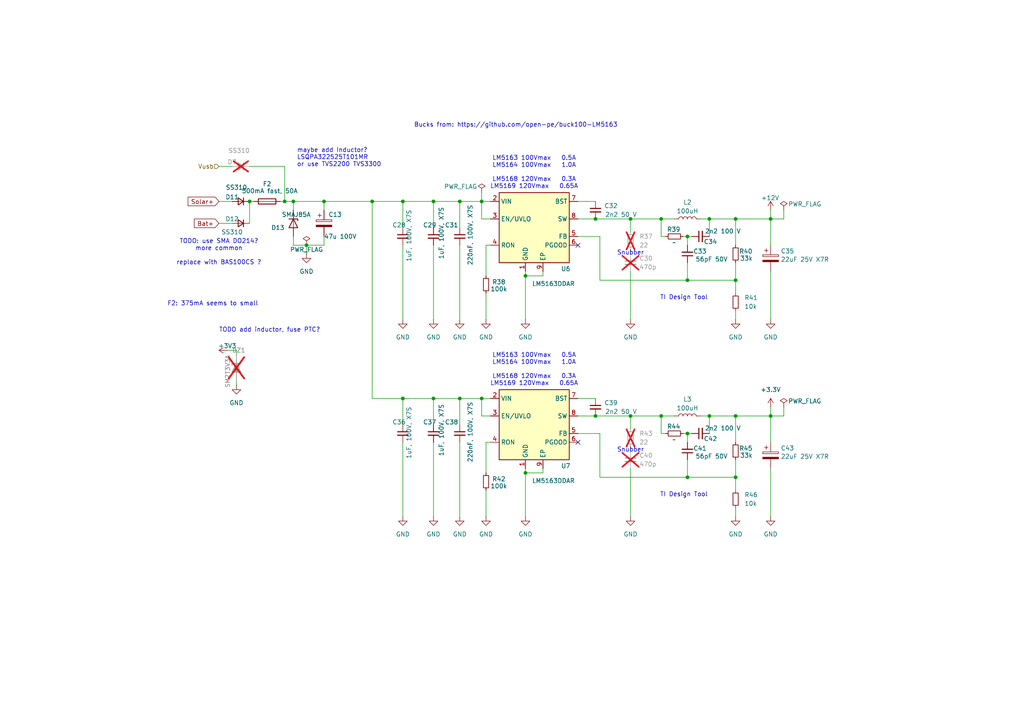
<source format=kicad_sch>
(kicad_sch (version 20250114) (generator "eeschema") (generator_version "9.0")
  (paper "A4")
  (lib_symbols
    (symbol "D_Small_3" (pin_numbers (hide yes)) (pin_names (offset 0.254) (hide yes))
      (property "Reference" "D" (at -1.27 2.032 0))
      (property "Value" "D_Small" (at -3.81 -2.032 0))
      (symbol "D_Small_3_0_1"
        (polyline (pts (xy -0.762 0) (xy 0.762 0)))
        (polyline (pts (xy -0.762 -1.016) (xy -0.762 1.016)) (stroke (width 0.254)))
        (polyline (pts (xy 0.762 -1.016) (xy -0.762 0) (xy 0.762 1.016) (xy 0.762 -1.016)) (stroke (width 0.254)))
      )
      (symbol "D_Small_3_1_1"
        (pin passive line (at -2.54 0 0) (length 1.778) (name "K") (number "1"))
        (pin passive line (at 2.54 0 180) (length 1.778) (name "A") (number "2"))
      )
    )
    (symbol "D_Small_4" (pin_numbers (hide yes)) (pin_names (offset 0.254) (hide yes))
      (property "Reference" "D" (at -1.27 2.032 0))
      (property "Value" "D_Small" (at -3.81 -2.032 0))
      (symbol "D_Small_4_0_1"
        (polyline (pts (xy -0.762 0) (xy 0.762 0)))
        (polyline (pts (xy -0.762 -1.016) (xy -0.762 1.016)) (stroke (width 0.254)))
        (polyline (pts (xy 0.762 -1.016) (xy -0.762 0) (xy 0.762 1.016) (xy 0.762 -1.016)) (stroke (width 0.254)))
      )
      (symbol "D_Small_4_1_1"
        (pin passive line (at -2.54 0 0) (length 1.778) (name "K") (number "1"))
        (pin passive line (at 2.54 0 180) (length 1.778) (name "A") (number "2"))
      )
    )
    (symbol "Device:C_Polarized" (pin_numbers (hide yes)) (pin_names (offset 0.254))
      (property "Reference" "C" (at 0.635 2.54 0))
      (property "Value" "C_Polarized" (at 0.635 -2.54 0))
      (symbol "C_Polarized_0_1"
        (rectangle (start -2.286 0.508) (end 2.286 1.016))
        (polyline (pts (xy -1.778 2.286) (xy -0.762 2.286)))
        (polyline (pts (xy -1.27 2.794) (xy -1.27 1.778)))
        (rectangle (start 2.286 -0.508) (end -2.286 -1.016) (fill (type outline)))
      )
      (symbol "C_Polarized_1_1"
        (pin passive line (at 0 3.81 270) (length 2.794) (name "~") (number "1"))
        (pin passive line (at 0 -3.81 90) (length 2.794) (name "~") (number "2"))
      )
    )
    (symbol "Device:C_Small" (pin_numbers (hide yes)) (pin_names (offset 0.254) (hide yes))
      (property "Reference" "C" (at 0.254 1.778 0))
      (property "Value" "C_Small" (at 0.254 -2.032 0))
      (symbol "C_Small_0_1"
        (polyline (pts (xy -1.524 0.508) (xy 1.524 0.508)) (stroke (width 0.3048)))
        (polyline (pts (xy -1.524 -0.508) (xy 1.524 -0.508)) (stroke (width 0.3302)))
      )
      (symbol "C_Small_1_1"
        (pin passive line (at 0 2.54 270) (length 2.032) (name "~") (number "1"))
        (pin passive line (at 0 -2.54 90) (length 2.032) (name "~") (number "2"))
      )
    )
    (symbol "Device:D_Zener" (pin_numbers (hide yes)) (pin_names (offset 1.016) (hide yes))
      (property "Reference" "D" (at 0 2.54 0))
      (property "Value" "D_Zener" (at 0 -2.54 0))
      (symbol "D_Zener_0_1"
        (polyline (pts (xy -1.27 -1.27) (xy -1.27 1.27) (xy -0.762 1.27)) (stroke (width 0.254)))
        (polyline (pts (xy 1.27 0) (xy -1.27 0)))
        (polyline (pts (xy 1.27 -1.27) (xy 1.27 1.27) (xy -1.27 0) (xy 1.27 -1.27)) (stroke (width 0.254)))
      )
      (symbol "D_Zener_1_1"
        (pin passive line (at -3.81 0 0) (length 2.54) (name "K") (number "1"))
        (pin passive line (at 3.81 0 180) (length 2.54) (name "A") (number "2"))
      )
    )
    (symbol "Device:Fuse" (pin_numbers (hide yes)) (pin_names (offset 0))
      (property "Reference" "F" (at 2.032 0 90))
      (property "Value" "Fuse" (at -1.905 0 90))
      (symbol "Fuse_0_1"
        (rectangle (start -0.762 -2.54) (end 0.762 2.54) (stroke (width 0.254)))
        (polyline (pts (xy 0 2.54) (xy 0 -2.54)))
      )
      (symbol "Fuse_1_1"
        (pin passive line (at 0 3.81 270) (length 1.27) (name "~") (number "1"))
        (pin passive line (at 0 -3.81 90) (length 1.27) (name "~") (number "2"))
      )
    )
    (symbol "Device:L" (pin_numbers (hide yes)) (pin_names (offset 1.016) (hide yes))
      (property "Reference" "L" (at -1.27 0 90))
      (property "Value" "L" (at 1.905 0 90))
      (symbol "L_0_1"
        (arc (start 0 2.54) (mid 0.6323 1.905) (end 0 1.27))
        (arc (start 0 1.27) (mid 0.6323 0.635) (end 0 0))
        (arc (start 0 0) (mid 0.6323 -0.635) (end 0 -1.27))
        (arc (start 0 -1.27) (mid 0.6323 -1.905) (end 0 -2.54))
      )
      (symbol "L_1_1"
        (pin passive line (at 0 3.81 270) (length 1.27) (name "1") (number "1"))
        (pin passive line (at 0 -3.81 90) (length 1.27) (name "2") (number "2"))
      )
    )
    (symbol "Device:R_Small" (pin_numbers (hide yes)) (pin_names (offset 0.254) (hide yes))
      (property "Reference" "R" (at 0.762 0.508 0))
      (property "Value" "R_Small" (at 0.762 -1.016 0))
      (symbol "R_Small_0_1"
        (rectangle (start -0.762 1.778) (end 0.762 -1.778) (stroke (width 0.2032)))
      )
      (symbol "R_Small_1_1"
        (pin passive line (at 0 2.54 270) (length 0.762) (name "~") (number "1"))
        (pin passive line (at 0 -2.54 90) (length 0.762) (name "~") (number "2"))
      )
    )
    (symbol "PCM_Diode_TVS_AKL:SM2T3V3A" (pin_numbers (hide yes)) (pin_names (offset 1.016) (hide yes))
      (property "Reference" "D" (at 0 5.08 0))
      (property "Value" "SM2T3V3A" (at 0 2.54 0))
      (symbol "SM2T3V3A_0_1"
        (polyline (pts (xy -1.27 1.27) (xy -1.27 -1.27) (xy 1.27 0) (xy -1.27 1.27)) (stroke (width 0.254)) (fill (type outline)))
        (polyline (pts (xy -1.27 0) (xy 1.27 0)))
        (polyline (pts (xy 1.27 1.27) (xy 0.762 1.27)) (stroke (width 0.254)))
        (polyline (pts (xy 1.27 -1.27) (xy 1.27 1.27)) (stroke (width 0.254)))
      )
      (symbol "SM2T3V3A_0_2"
        (polyline (pts (xy -2.54 -2.54) (xy 2.54 2.54)))
        (polyline (pts (xy -0.889 -0.889) (xy -1.778 0) (xy 0.889 0.889) (xy 0 -1.778) (xy -0.889 -0.889)) (stroke (width 0.254)) (fill (type outline)))
        (polyline (pts (xy 0 1.778) (xy -0.381 1.397)) (stroke (width 0.254)))
        (polyline (pts (xy 0 1.778) (xy 1.778 0)) (stroke (width 0.254)))
      )
      (symbol "SM2T3V3A_1_1"
        (pin passive line (at -3.81 0 0) (length 2.54) (name "A") (number "2"))
        (pin passive line (at 3.81 0 180) (length 2.54) (name "K") (number "1"))
      )
      (symbol "SM2T3V3A_1_2"
        (pin passive line (at -2.54 -2.54 0) (length 0) (name "A") (number "2"))
        (pin passive line (at 2.54 2.54 180) (length 0) (name "K") (number "1"))
      )
    )
    (symbol "Regulator_Switching:LM5164DDA"
      (property "Reference" "U" (at -8.89 11.43 0))
      (property "Value" "LM5164DDA" (at 5.08 11.43 0))
      (symbol "LM5164DDA_1_1"
        (rectangle (start -10.16 10.16) (end 10.16 -10.16) (stroke (width 0.254)) (fill (type background)))
        (pin power_in line (at -12.7 7.62 0) (length 2.54) (name "VIN") (number "2"))
        (pin input line (at -12.7 2.54 0) (length 2.54) (name "EN/UVLO") (number "3"))
        (pin passive line (at -12.7 -5.08 0) (length 2.54) (name "RON") (number "4"))
        (pin power_in line (at -2.54 -12.7 90) (length 2.54) (name "GND") (number "1"))
        (pin passive line (at 2.54 -12.7 90) (length 2.54) (name "EP") (number "9"))
        (pin passive line (at 12.7 7.62 180) (length 2.54) (name "BST") (number "7"))
        (pin power_out line (at 12.7 2.54 180) (length 2.54) (name "SW") (number "8"))
        (pin input line (at 12.7 -2.54 180) (length 2.54) (name "FB") (number "5"))
        (pin open_collector line (at 12.7 -5.08 180) (length 2.54) (name "PGOOD") (number "6"))
      )
    )
    (symbol "power:+12V" (power) (pin_names (offset 0))
      (property "Value" "+12V" (at 0 3.556 0))
      (symbol "+12V_0_1"
        (polyline (pts (xy -0.762 1.27) (xy 0 2.54)))
        (polyline (pts (xy 0 2.54) (xy 0.762 1.27)))
        (polyline (pts (xy 0 0) (xy 0 2.54)))
      )
      (symbol "+12V_1_1"
        (pin power_in line (at 0 0 90) (length 0) (hide yes) (name "+12V") (number "1"))
      )
    )
    (symbol "power:+3.3V" (power) (pin_names (offset 0))
      (property "Value" "+3.3V" (at 0 3.556 0))
      (symbol "+3.3V_0_1"
        (polyline (pts (xy -0.762 1.27) (xy 0 2.54)))
        (polyline (pts (xy 0 2.54) (xy 0.762 1.27)))
        (polyline (pts (xy 0 0) (xy 0 2.54)))
      )
      (symbol "+3.3V_1_1"
        (pin power_in line (at 0 0 90) (length 0) (hide yes) (name "+3.3V") (number "1"))
      )
    )
    (symbol "power:GND" (power) (pin_numbers (hide yes)) (pin_names (offset 0) (hide yes))
      (property "Value" "GND" (at 0 -3.81 0))
      (symbol "GND_0_1"
        (polyline (pts (xy 0 0) (xy 0 -1.27) (xy 1.27 -1.27) (xy 0 -2.54) (xy -1.27 -1.27) (xy 0 -1.27)))
      )
      (symbol "GND_1_1"
        (pin power_in line (at 0 0 270) (length 0) (name "~") (number "1"))
      )
    )
    (symbol "power:PWR_FLAG" (power) (pin_numbers (hide yes)) (pin_names (offset 0) (hide yes))
      (property "Value" "PWR_FLAG" (at 0 3.81 0))
      (symbol "PWR_FLAG_0_0"
        (pin power_out line (at 0 0 90) (length 0) (name "pwr") (number "1"))
      )
      (symbol "PWR_FLAG_0_1"
        (polyline (pts (xy 0 0) (xy 0 1.27) (xy -1.016 1.905) (xy 0 2.54) (xy 1.016 1.905) (xy 0 1.27)))
      )
    )
  )
  (text "Snubber" (at 182.88 130.556 0) (effects (font (size 1.27 1.27))))
  (text "TI Design Tool" (at 198.374 86.36 0) (effects (font (size 1.27 1.27))))
  (text "maybe add Inductor?\nLSQPA322525T101MR\nor use TVS2200 TVS3300" (at 86.106 48.514 0) (effects (font (size 1.27 1.27)) (justify left bottom)))
  (text "TI Design Tool" (at 198.374 143.51 0) (effects (font (size 1.27 1.27))))
  (text "TODO add inductor, fuse PTC?\n" (at 63.5 96.52 0) (effects (font (size 1.27 1.27)) (justify left bottom)))
  (text "F2: 375mA seems to small" (at 61.722 88.138 0) (effects (font (size 1.27 1.27))))
  (text "LM5163 100Vmax 	0.5A\nLM5164 100Vmax	1.0A\n\nLM5168 120Vmax	0.3A\nLM5169 120Vmax	0.65A" (at 154.94 107.188 0) (effects (font (size 1.27 1.27))))
  (text "Bucks from: https://github.com/open-pe/buck100-LM5163" (at 149.606 36.322 0) (effects (font (size 1.27 1.27))))
  (text "TODO: use SMA DO214?\nmore common\n\nreplace with BAS100CS ?" (at 63.5 73.152 0) (effects (font (size 1.27 1.27))))
  (text "Snubber" (at 182.88 73.406 0) (effects (font (size 1.27 1.27))))
  (text "LM5163 100Vmax 	0.5A\nLM5164 100Vmax	1.0A\n\nLM5168 120Vmax	0.3A\nLM5169 120Vmax	0.65A" (at 154.94 50.038 0) (effects (font (size 1.27 1.27))))
  (junction (at 191.77 120.65))
  (junction (at 213.36 138.43))
  (junction (at 125.73 115.57))
  (junction (at 133.35 115.57))
  (junction (at 223.52 63.5))
  (junction (at 223.52 120.65))
  (junction (at 88.9 71.12))
  (junction (at 152.4 137.16))
  (junction (at 139.7 58.42))
  (junction (at 85.09 58.42))
  (junction (at 199.39 68.58))
  (junction (at 172.72 120.65))
  (junction (at 199.39 125.73))
  (junction (at 107.95 58.42))
  (junction (at 152.4 80.01))
  (junction (at 93.98 58.42))
  (junction (at 213.36 63.5))
  (junction (at 182.88 120.65))
  (junction (at 116.84 58.42))
  (junction (at 205.74 120.65))
  (junction (at 172.72 63.5))
  (junction (at 213.36 120.65))
  (junction (at 213.36 81.28))
  (junction (at 125.73 58.42))
  (junction (at 72.39 58.42))
  (junction (at 82.55 58.42))
  (junction (at 199.39 138.43))
  (junction (at 133.35 58.42))
  (junction (at 191.77 63.5))
  (junction (at 182.88 63.5))
  (junction (at 139.7 115.57))
  (junction (at 199.39 81.28))
  (junction (at 205.74 63.5))
  (junction (at 116.84 115.57))
  (no_connect (at 167.64 128.27))
  (no_connect (at 167.64 71.12))
  (wire (pts (xy 213.36 81.28) (xy 213.36 85.09)))
  (wire (pts (xy 182.88 129.54) (xy 182.88 130.81)))
  (wire (pts (xy 133.35 115.57) (xy 133.35 123.19)))
  (wire (pts (xy 213.36 76.2) (xy 213.36 81.28)))
  (wire (pts (xy 203.2 63.5) (xy 205.74 63.5)))
  (wire (pts (xy 213.36 138.43) (xy 213.36 142.24)))
  (wire (pts (xy 142.24 128.27) (xy 140.97 128.27)))
  (wire (pts (xy 227.33 118.11) (xy 227.33 120.65)))
  (wire (pts (xy 116.84 128.27) (xy 116.84 149.86)))
  (wire (pts (xy 125.73 115.57) (xy 133.35 115.57)))
  (wire (pts (xy 199.39 68.58) (xy 200.66 68.58)))
  (wire (pts (xy 182.88 120.65) (xy 182.88 124.46)))
  (wire (pts (xy 182.88 63.5) (xy 191.77 63.5)))
  (wire (pts (xy 173.99 138.43) (xy 199.39 138.43)))
  (wire (pts (xy 157.48 80.01) (xy 152.4 80.01)))
  (wire (pts (xy 223.52 149.86) (xy 223.52 135.89)))
  (wire (pts (xy 140.97 142.24) (xy 140.97 149.86)))
  (wire (pts (xy 213.36 133.35) (xy 213.36 138.43)))
  (wire (pts (xy 173.99 68.58) (xy 173.99 81.28)))
  (wire (pts (xy 213.36 63.5) (xy 223.52 63.5)))
  (wire (pts (xy 199.39 125.73) (xy 200.66 125.73)))
  (wire (pts (xy 82.55 48.26) (xy 82.55 58.42)))
  (wire (pts (xy 93.98 68.58) (xy 93.98 71.12)))
  (wire (pts (xy 182.88 63.5) (xy 182.88 67.31)))
  (wire (pts (xy 198.12 125.73) (xy 199.39 125.73)))
  (wire (pts (xy 199.39 81.28) (xy 213.36 81.28)))
  (wire (pts (xy 167.64 63.5) (xy 172.72 63.5)))
  (wire (pts (xy 223.52 118.11) (xy 223.52 120.65)))
  (wire (pts (xy 93.98 58.42) (xy 107.95 58.42)))
  (wire (pts (xy 68.58 101.6) (xy 68.58 102.87)))
  (wire (pts (xy 227.33 63.5) (xy 223.52 63.5)))
  (wire (pts (xy 116.84 115.57) (xy 125.73 115.57)))
  (wire (pts (xy 199.39 138.43) (xy 213.36 138.43)))
  (wire (pts (xy 167.64 68.58) (xy 173.99 68.58)))
  (wire (pts (xy 139.7 115.57) (xy 142.24 115.57)))
  (wire (pts (xy 191.77 125.73) (xy 193.04 125.73)))
  (wire (pts (xy 182.88 72.39) (xy 182.88 73.66)))
  (wire (pts (xy 223.52 60.96) (xy 223.52 63.5)))
  (wire (pts (xy 133.35 128.27) (xy 133.35 149.86)))
  (wire (pts (xy 213.36 147.32) (xy 213.36 149.86)))
  (wire (pts (xy 203.2 120.65) (xy 205.74 120.65)))
  (wire (pts (xy 139.7 120.65) (xy 139.7 115.57)))
  (wire (pts (xy 205.74 120.65) (xy 205.74 125.73)))
  (wire (pts (xy 157.48 135.89) (xy 157.48 137.16)))
  (wire (pts (xy 72.39 58.42) (xy 73.66 58.42)))
  (wire (pts (xy 140.97 85.09) (xy 140.97 92.71)))
  (wire (pts (xy 199.39 76.2) (xy 199.39 81.28)))
  (wire (pts (xy 167.64 115.57) (xy 172.72 115.57)))
  (wire (pts (xy 139.7 63.5) (xy 139.7 58.42)))
  (wire (pts (xy 198.12 68.58) (xy 199.39 68.58)))
  (wire (pts (xy 223.52 120.65) (xy 223.52 128.27)))
  (wire (pts (xy 133.35 58.42) (xy 139.7 58.42)))
  (wire (pts (xy 213.36 120.65) (xy 223.52 120.65)))
  (wire (pts (xy 152.4 78.74) (xy 152.4 80.01)))
  (wire (pts (xy 223.52 92.71) (xy 223.52 78.74)))
  (wire (pts (xy 173.99 125.73) (xy 173.99 138.43)))
  (wire (pts (xy 116.84 71.12) (xy 116.84 92.71)))
  (wire (pts (xy 199.39 133.35) (xy 199.39 138.43)))
  (wire (pts (xy 191.77 63.5) (xy 195.58 63.5)))
  (wire (pts (xy 72.39 58.42) (xy 72.39 64.77)))
  (wire (pts (xy 63.5 64.77) (xy 67.31 64.77)))
  (wire (pts (xy 213.36 90.17) (xy 213.36 92.71)))
  (wire (pts (xy 167.64 125.73) (xy 173.99 125.73)))
  (wire (pts (xy 68.58 110.49) (xy 68.58 111.76)))
  (wire (pts (xy 125.73 128.27) (xy 125.73 149.86)))
  (wire (pts (xy 81.28 58.42) (xy 82.55 58.42)))
  (wire (pts (xy 142.24 71.12) (xy 140.97 71.12)))
  (wire (pts (xy 85.09 58.42) (xy 93.98 58.42)))
  (wire (pts (xy 223.52 63.5) (xy 223.52 71.12)))
  (wire (pts (xy 125.73 71.12) (xy 125.73 92.71)))
  (wire (pts (xy 107.95 115.57) (xy 116.84 115.57)))
  (wire (pts (xy 85.09 60.96) (xy 85.09 58.42)))
  (wire (pts (xy 93.98 60.96) (xy 93.98 58.42)))
  (wire (pts (xy 116.84 58.42) (xy 116.84 66.04)))
  (wire (pts (xy 107.95 58.42) (xy 116.84 58.42)))
  (wire (pts (xy 133.35 58.42) (xy 133.35 66.04)))
  (wire (pts (xy 107.95 58.42) (xy 107.95 115.57)))
  (wire (pts (xy 116.84 115.57) (xy 116.84 123.19)))
  (wire (pts (xy 133.35 115.57) (xy 139.7 115.57)))
  (wire (pts (xy 116.84 58.42) (xy 125.73 58.42)))
  (wire (pts (xy 205.74 63.5) (xy 213.36 63.5)))
  (wire (pts (xy 152.4 137.16) (xy 152.4 149.86)))
  (wire (pts (xy 182.88 135.89) (xy 182.88 149.86)))
  (wire (pts (xy 172.72 63.5) (xy 182.88 63.5)))
  (wire (pts (xy 205.74 63.5) (xy 205.74 68.58)))
  (wire (pts (xy 139.7 58.42) (xy 142.24 58.42)))
  (wire (pts (xy 66.04 101.6) (xy 68.58 101.6)))
  (wire (pts (xy 173.99 81.28) (xy 199.39 81.28)))
  (wire (pts (xy 82.55 58.42) (xy 85.09 58.42)))
  (wire (pts (xy 157.48 137.16) (xy 152.4 137.16)))
  (wire (pts (xy 139.7 55.88) (xy 139.7 58.42)))
  (wire (pts (xy 125.73 58.42) (xy 125.73 66.04)))
  (wire (pts (xy 199.39 125.73) (xy 199.39 128.27)))
  (wire (pts (xy 227.33 60.96) (xy 227.33 63.5)))
  (wire (pts (xy 191.77 68.58) (xy 193.04 68.58)))
  (wire (pts (xy 157.48 78.74) (xy 157.48 80.01)))
  (wire (pts (xy 191.77 120.65) (xy 191.77 125.73)))
  (wire (pts (xy 172.72 120.65) (xy 182.88 120.65)))
  (wire (pts (xy 152.4 135.89) (xy 152.4 137.16)))
  (wire (pts (xy 213.36 63.5) (xy 213.36 71.12)))
  (wire (pts (xy 152.4 80.01) (xy 152.4 92.71)))
  (wire (pts (xy 191.77 120.65) (xy 195.58 120.65)))
  (wire (pts (xy 142.24 120.65) (xy 139.7 120.65)))
  (wire (pts (xy 63.5 58.42) (xy 67.31 58.42)))
  (wire (pts (xy 72.39 48.26) (xy 82.55 48.26)))
  (wire (pts (xy 213.36 120.65) (xy 213.36 128.27)))
  (wire (pts (xy 142.24 63.5) (xy 139.7 63.5)))
  (wire (pts (xy 167.64 58.42) (xy 172.72 58.42)))
  (wire (pts (xy 182.88 78.74) (xy 182.88 92.71)))
  (wire (pts (xy 88.9 71.12) (xy 88.9 73.66)))
  (wire (pts (xy 140.97 71.12) (xy 140.97 80.01)))
  (wire (pts (xy 140.97 128.27) (xy 140.97 137.16)))
  (wire (pts (xy 133.35 71.12) (xy 133.35 92.71)))
  (wire (pts (xy 93.98 71.12) (xy 88.9 71.12)))
  (wire (pts (xy 63.5 48.26) (xy 67.31 48.26)))
  (wire (pts (xy 125.73 115.57) (xy 125.73 123.19)))
  (wire (pts (xy 85.09 71.12) (xy 88.9 71.12)))
  (wire (pts (xy 199.39 68.58) (xy 199.39 71.12)))
  (wire (pts (xy 125.73 58.42) (xy 133.35 58.42)))
  (wire (pts (xy 85.09 71.12) (xy 85.09 68.58)))
  (wire (pts (xy 205.74 120.65) (xy 213.36 120.65)))
  (wire (pts (xy 227.33 120.65) (xy 223.52 120.65)))
  (wire (pts (xy 182.88 120.65) (xy 191.77 120.65)))
  (wire (pts (xy 167.64 120.65) (xy 172.72 120.65)))
  (wire (pts (xy 191.77 63.5) (xy 191.77 68.58)))
  (global_label "Solar+" (shape input) (at 63.5 58.42 180) (property "Intersheetrefs" "${INTERSHEET_REFS}" (effects (hide yes))))
  (global_label "Bat+" (shape input) (at 63.5 64.77 180) (property "Intersheetrefs" "${INTERSHEET_REFS}" (effects (hide yes))))
  (hierarchical_label "Vusb" (shape input) (at 63.5 48.26 180))
  (symbol (lib_id "power:GND") (at 133.35 149.86 0) (unit 1)
    (property "Reference" "#PWR064" (effects (hide yes)))
    (property "Value" "GND" (at 133.35 154.94 0))
    (property "Description" "Power symbol creates a global label with name \"GND\" , ground" (effects (hide yes)))
  )
  (symbol (lib_id "power:GND") (at 140.97 92.71 0) (unit 1)
    (property "Reference" "#PWR060" (effects (hide yes)))
    (property "Value" "GND" (at 140.97 97.79 0))
    (property "Description" "Power symbol creates a global label with name \"GND\" , ground" (effects (hide yes)))
  )
  (symbol (lib_id "power:GND") (at 223.52 92.71 0) (unit 1)
    (property "Reference" "#PWR059" (effects (hide yes)))
    (property "Value" "GND" (at 223.52 97.79 0))
    (property "Description" "Power symbol creates a global label with name \"GND\" , ground" (effects (hide yes)))
  )
  (symbol (lib_id "power:+3.3V") (at 223.52 118.11 0) (unit 1)
    (property "Reference" "#PWR069" (effects (hide yes)))
    (property "Value" "+3.3V" (at 223.52 113.03 0))
  )
  (symbol (lib_id "Device:Fuse") (at 77.47 58.42 90) (unit 1)
    (property "Reference" "F2" (at 77.47 53.34 90))
    (property "Value" "500mA fast, 50A" (at 78.232 55.372 90))
    (property "Footprint" "Fuse:Fuse_0603_1608Metric" (effects (hide yes)))
    (property "MPN" "0467.500NRHF" (effects (hide yes)))
    (property "Manufacturer" "  Littelfuse" (effects (hide yes)))
  )
  (symbol (lib_id "power:GND") (at 182.88 149.86 0) (unit 1)
    (property "Reference" "#PWR067" (effects (hide yes)))
    (property "Value" "GND" (at 182.88 154.94 0))
    (property "Description" "Power symbol creates a global label with name \"GND\" , ground" (effects (hide yes)))
  )
  (symbol (lib_id "Device:C_Small") (at 199.39 73.66 180) (unit 1)
    (property "Reference" "C33" (at 204.978 72.898 0) (effects (justify left)))
    (property "Value" "56pF 50V" (at 211.074 75.184 0) (effects (justify left)))
    (property "Footprint" "Capacitor_SMD:C_0603_1608Metric_Pad1.08x0.95mm_HandSolder" (effects (hide yes)))
    (property "Digikey" "0603N560J500CT" (effects (hide yes)))
  )
  (symbol (lib_id "Device:R_Small") (at 195.58 125.73 90) (unit 1)
    (property "Reference" "R44" (at 197.358 123.698 90) (effects (justify left)))
    (property "Value" "~" (at 196.088 127.508 90) (effects (justify left)))
    (property "Footprint" "Resistor_SMD:R_0805_2012Metric" (effects (hide yes)))
  )
  (symbol (lib_id "power:GND") (at 116.84 92.71 0) (unit 1)
    (property "Reference" "#PWR032" (effects (hide yes)))
    (property "Value" "GND" (at 116.84 97.79 0))
    (property "Description" "Power symbol creates a global label with name \"GND\" , ground" (effects (hide yes)))
  )
  (symbol (lib_id "Device:R_Small") (at 213.36 73.66 0) (unit 1)
    (property "Reference" "R40" (at 214.376 72.898 0) (effects (justify left)))
    (property "Value" "33k" (at 214.63 74.93 0) (effects (justify left)))
    (property "Footprint" "Resistor_SMD:R_0805_2012Metric" (effects (hide yes)))
  )
  (symbol (lib_id "power:GND") (at 125.73 92.71 0) (unit 1)
    (property "Reference" "#PWR061" (effects (hide yes)))
    (property "Value" "GND" (at 125.73 97.79 0))
    (property "Description" "Power symbol creates a global label with name \"GND\" , ground" (effects (hide yes)))
  )
  (symbol (lib_name "D_Small_3") (lib_id "Device:D_Small") (at 69.85 58.42 180) (unit 1)
    (property "Reference" "D11" (at 67.31 57.15 0))
    (property "Value" "SS310" (at 68.58 54.356 0))
    (property "Footprint" "Diode_SMD:D_SOD-123" (effects (hide yes)))
    (property "MPN" "DSS310" (effects (hide yes)))
    (property "Desc" "PwrSupplyPV" (effects (hide yes)))
    (property "Sim.Device" "D" (effects (hide yes)))
    (property "Sim.Pins" "1=K 2=A" (effects (hide yes)))
    (property "Manufacturer" " Slkor" (effects (hide yes)))
    (property "Digikey" "C41369492" (effects (hide yes)))
  )
  (symbol (lib_id "power:PWR_FLAG") (at 88.9 71.12 0) (unit 1)
    (property "Reference" "#FLG01" (effects (hide yes)))
    (property "Value" "PWR_FLAG" (at 88.9 72.39 0))
  )
  (symbol (lib_id "Device:D_Zener") (at 85.09 64.77 270) (unit 1)
    (property "Reference" "D13" (at 82.55 66.04 90) (effects (justify right)))
    (property "Value" "SMAJ85A" (at 90.17 62.23 90) (effects (justify right)))
    (property "Footprint" "Diode_SMD:D_SMA" (effects (hide yes)))
    (property "Datasheet" "https://www.littelfuse.com/media?resourcetype=datasheets&itemid=13c2a823-03b8-4d1f-9ddc-9b44670aed9d&filename=littelfuse-tvs-diode-smaj-datasheet" (effects (hide yes)))
    (property "MPN" "SMAJ85A" (effects (hide yes)))
    (property "Desc" "PwrSupply" (effects (hide yes)))
  )
  (symbol (lib_id "Device:R_Small") (at 213.36 144.78 0) (unit 1)
    (property "Reference" "R46" (at 215.9 143.5099 0) (effects (justify left)))
    (property "Value" "10k" (at 215.9 146.0499 0) (effects (justify left)))
    (property "Footprint" "Resistor_SMD:R_0805_2012Metric" (effects (hide yes)))
  )
  (symbol (lib_id "Device:C_Small") (at 182.88 76.2 0) (unit 1) (dnp yes)
    (property "Reference" "C30" (at 185.42 74.9363 0) (effects (justify left)))
    (property "Value" "470p" (at 185.42 77.4763 0) (effects (justify left)))
    (property "Footprint" "Capacitor_SMD:C_0603_1608Metric" (effects (hide yes)))
  )
  (symbol (lib_id "power:GND") (at 213.36 92.71 0) (unit 1)
    (property "Reference" "#PWR058" (effects (hide yes)))
    (property "Value" "GND" (at 213.36 97.79 0))
    (property "Description" "Power symbol creates a global label with name \"GND\" , ground" (effects (hide yes)))
  )
  (symbol (lib_id "power:GND") (at 68.58 111.76 0) (unit 1)
    (property "Reference" "#PWR034" (effects (hide yes)))
    (property "Value" "GND" (at 68.58 116.84 0))
    (property "Description" "Power symbol creates a global label with name \"GND\" , ground" (effects (hide yes)))
  )
  (symbol (lib_id "Device:C_Small") (at 203.2 125.73 90) (unit 1)
    (property "Reference" "C42" (at 208.026 127.254 90) (effects (justify left)))
    (property "Value" "2n2 100 V" (at 214.884 124.206 90) (effects (justify left)))
    (property "Footprint" "Capacitor_SMD:C_0805_2012Metric_Pad1.18x1.45mm_HandSolder" (effects (hide yes)))
    (property "Description" "Unpolarized capacitor, small symbol" (effects (hide yes)))
    (property "MPN" "GCM155R71H222KA37D" (effects (hide yes)))
  )
  (symbol (lib_id "Device:C_Small") (at 203.2 68.58 90) (unit 1)
    (property "Reference" "C34" (at 208.026 70.104 90) (effects (justify left)))
    (property "Value" "2n2 100 V" (at 214.884 67.056 90) (effects (justify left)))
    (property "Footprint" "Capacitor_SMD:C_0805_2012Metric_Pad1.18x1.45mm_HandSolder" (effects (hide yes)))
    (property "Description" "Unpolarized capacitor, small symbol" (effects (hide yes)))
    (property "MPN" "GCM155R71H222KA37D" (effects (hide yes)))
  )
  (symbol (lib_id "Device:C_Small") (at 172.72 60.96 0) (unit 1)
    (property "Reference" "C32" (at 175.26 59.6962 0) (effects (justify left)))
    (property "Value" "2n2 50 V" (at 175.514 62.23 0) (effects (justify left)))
    (property "Footprint" "Capacitor_SMD:C_0805_2012Metric_Pad1.18x1.45mm_HandSolder" (effects (hide yes)))
    (property "Description" "Unpolarized capacitor, small symbol" (effects (hide yes)))
    (property "MPN" "GCM155R71H222KA37D" (effects (hide yes)))
  )
  (symbol (lib_id "power:GND") (at 88.9 73.66 0) (unit 1)
    (property "Reference" "#PWR09" (effects (hide yes)))
    (property "Value" "GND" (at 88.9 78.74 0))
    (property "Description" "Power symbol creates a global label with name \"GND\" , ground" (effects (hide yes)))
  )
  (symbol (lib_id "PCM_Diode_TVS_AKL:SM2T3V3A") (at 68.58 106.68 90) (unit 1) (in_bom no) (on_board no) (dnp yes)
    (property "Reference" "DZ1" (at 67.31 101.6 90) (effects (justify right)))
    (property "Value" "SM2T3V3A" (at 66.04 102.87 0) (effects (justify right)))
    (property "Footprint" "PCM_Diode_SMD_AKL:D_Powermite_KA" (effects (hide yes)))
    (property "Datasheet" "https://www.tme.eu/Document/8dc168049668f679ed6d22459806e88f/SM2T3V3A.pdf" (effects (hide yes)))
    (property "Description" "Powermite Unidirectional TVS diode, 3.3V, 200W, Alternate KiCAD Library" (effects (hide yes)))
    (property "MPN" "SM2T3V3A" (effects (hide yes)))
    (property "Desc" "PwrSupply" (effects (hide yes)))
    (property "Manufacturer" "ST" (effects (hide yes)))
  )
  (symbol (lib_id "Device:R_Small") (at 140.97 82.55 0) (unit 1)
    (property "Reference" "R38" (at 142.748 81.788 0) (effects (justify left)))
    (property "Value" "100k" (at 142.24 83.82 0) (effects (justify left)))
    (property "Footprint" "Resistor_SMD:R_0805_2012Metric" (effects (hide yes)))
  )
  (symbol (lib_id "Device:L") (at 199.39 63.5 90) (unit 1)
    (property "Reference" "L2" (at 199.39 58.674 90))
    (property "Value" "100uH" (at 199.39 61.214 90))
    (property "Footprint" "local:IND-SMD_L8.0-W8.0" (effects (hide yes)))
    (property "Datasheet" "https://www.lcsc.com/datasheet/C223045.pdf" (effects (hide yes)))
    (property "MPN" "NRS8040T101MJGK" (effects (hide yes)))
    (property "LCSC" "C223045" (effects (hide yes)))
    (property "Manufacturer" "Taiyo Yuden" (effects (hide yes)))
  )
  (symbol (lib_id "Device:C_Small") (at 116.84 68.58 0) (unit 1)
    (property "Reference" "C28" (at 113.792 65.278 0) (effects (justify left)))
    (property "Value" "1uF, 100V, X7S" (at 118.618 75.946 90) (effects (justify left)))
    (property "Footprint" "Capacitor_SMD:C_0805_2012Metric_Pad1.18x1.45mm_HandSolder" (effects (hide yes)))
    (property "MPN" "HMK212BC7105KGHTE" (effects (hide yes)))
  )
  (symbol (lib_id "Regulator_Switching:LM5164DDA") (at 154.94 123.19 0) (unit 1)
    (property "Reference" "U7" (at 164.084 135.128 0))
    (property "Value" "LM5163DDAR" (at 160.528 139.446 0))
    (property "Footprint" "Package_SO:HSOP-8-1EP_3.9x4.9mm_P1.27mm_EP2.41x3.1mm_ThermalVias" (effects (hide yes)))
    (property "Datasheet" "https://www.ti.com/lit/ds/symlink/lm5163.pdf" (effects (hide yes)))
    (property "Alternatives" "LM5164" (effects (hide yes)))
  )
  (symbol (lib_name "D_Small_4") (lib_id "Device:D_Small") (at 69.85 64.77 180) (unit 1)
    (property "Reference" "D12" (at 67.31 63.5 0))
    (property "Value" "SS310" (at 67.31 67.31 0))
    (property "Footprint" "Diode_SMD:D_SOD-123" (effects (hide yes)))
    (property "MPN" "DSS310" (effects (hide yes)))
    (property "Desc" "PwrSupplyBAT" (effects (hide yes)))
    (property "Sim.Device" "D" (effects (hide yes)))
    (property "Sim.Pins" "1=K 2=A" (effects (hide yes)))
    (property "Manufacturer" " Slkor" (effects (hide yes)))
    (property "Digikey" "C41369492" (effects (hide yes)))
  )
  (symbol (lib_id "Device:R_Small") (at 195.58 68.58 90) (unit 1)
    (property "Reference" "R39" (at 197.358 66.548 90) (effects (justify left)))
    (property "Value" "~" (at 196.088 70.358 90) (effects (justify left)))
    (property "Footprint" "Resistor_SMD:R_0805_2012Metric" (effects (hide yes)))
  )
  (symbol (lib_id "Device:R_Small") (at 140.97 139.7 0) (unit 1)
    (property "Reference" "R42" (at 142.748 138.938 0) (effects (justify left)))
    (property "Value" "100k" (at 142.24 140.97 0) (effects (justify left)))
    (property "Footprint" "Resistor_SMD:R_0805_2012Metric" (effects (hide yes)))
  )
  (symbol (lib_id "power:GND") (at 182.88 92.71 0) (unit 1)
    (property "Reference" "#PWR045" (effects (hide yes)))
    (property "Value" "GND" (at 182.88 97.79 0))
    (property "Description" "Power symbol creates a global label with name \"GND\" , ground" (effects (hide yes)))
  )
  (symbol (lib_id "power:+12V") (at 223.52 60.96 0) (unit 1)
    (property "Reference" "#PWR071" (effects (hide yes)))
    (property "Value" "+12V" (at 220.726 57.404 0) (effects (justify left)))
  )
  (symbol (lib_id "power:GND") (at 133.35 92.71 0) (unit 1)
    (property "Reference" "#PWR062" (effects (hide yes)))
    (property "Value" "GND" (at 133.35 97.79 0))
    (property "Description" "Power symbol creates a global label with name \"GND\" , ground" (effects (hide yes)))
  )
  (symbol (lib_id "power:PWR_FLAG") (at 227.33 118.11 0) (unit 1)
    (property "Reference" "#FLG07" (effects (hide yes)))
    (property "Value" "PWR_FLAG" (at 233.426 116.332 0))
  )
  (symbol (lib_id "power:PWR_FLAG") (at 139.7 55.88 0) (mirror y) (unit 1)
    (property "Reference" "#FLG02" (effects (hide yes)))
    (property "Value" "PWR_FLAG" (at 133.604 54.102 0))
  )
  (symbol (lib_id "Device:R_Small") (at 213.36 130.81 0) (unit 1)
    (property "Reference" "R45" (at 214.376 130.048 0) (effects (justify left)))
    (property "Value" "33k" (at 214.63 132.08 0) (effects (justify left)))
    (property "Footprint" "Resistor_SMD:R_0805_2012Metric" (effects (hide yes)))
  )
  (symbol (lib_id "power:+3.3V") (at 66.04 101.6 90) (unit 1)
    (property "Reference" "#PWR033" (effects (hide yes)))
    (property "Value" "+3V3" (at 68.58 100.33 90) (effects (justify left)))
  )
  (symbol (lib_id "Device:C_Small") (at 125.73 125.73 0) (unit 1)
    (property "Reference" "C37" (at 122.682 122.428 0) (effects (justify left)))
    (property "Value" "1uF, 100V, X7S" (at 128.016 132.334 90) (effects (justify left)))
    (property "Footprint" "Capacitor_SMD:C_0805_2012Metric_Pad1.18x1.45mm_HandSolder" (effects (hide yes)))
    (property "MPN" "HMK212BC7105KGHTE" (effects (hide yes)))
  )
  (symbol (lib_id "power:GND") (at 140.97 149.86 0) (unit 1)
    (property "Reference" "#PWR065" (effects (hide yes)))
    (property "Value" "GND" (at 140.97 154.94 0))
    (property "Description" "Power symbol creates a global label with name \"GND\" , ground" (effects (hide yes)))
  )
  (symbol (lib_id "Device:C_Small") (at 182.88 133.35 0) (unit 1) (in_bom no) (on_board no) (dnp yes)
    (property "Reference" "C40" (at 185.42 132.0863 0) (effects (justify left)))
    (property "Value" "470p" (at 185.42 134.6263 0) (effects (justify left)))
    (property "Footprint" "Capacitor_SMD:C_0603_1608Metric" (effects (hide yes)))
  )
  (symbol (lib_id "power:GND") (at 152.4 92.71 0) (unit 1)
    (property "Reference" "#PWR057" (effects (hide yes)))
    (property "Value" "GND" (at 152.4 97.79 0))
    (property "Description" "Power symbol creates a global label with name \"GND\" , ground" (effects (hide yes)))
  )
  (symbol (lib_id "Device:C_Small") (at 133.35 68.58 0) (unit 1)
    (property "Reference" "C31" (at 129.032 65.278 0) (effects (justify left)))
    (property "Value" "220nF, 100V, X7S" (at 136.398 76.962 90) (effects (justify left)))
    (property "Footprint" "Capacitor_SMD:C_0603_1608Metric_Pad1.08x0.95mm_HandSolder" (effects (hide yes)))
    (property "MPN" "HMK107C7224KAHTE" (effects (hide yes)))
  )
  (symbol (lib_id "Device:C_Polarized") (at 93.98 64.77 0) (unit 1)
    (property "Reference" "C13" (at 95.25 62.23 0) (effects (justify left)))
    (property "Value" "47u 100V" (at 93.98 68.58 0) (effects (justify left)))
    (property "Footprint" "Capacitor_THT:CP_Radial_D8.0mm_P3.50mm" (effects (hide yes)))
    (property "MPN" "ERS1KM470F12OT" (effects (hide yes)))
    (property "Desc" "PwrSupply" (effects (hide yes)))
  )
  (symbol (lib_id "Device:C_Small") (at 116.84 125.73 0) (unit 1)
    (property "Reference" "C36" (at 113.792 122.428 0) (effects (justify left)))
    (property "Value" "1uF, 100V, X7S" (at 118.618 133.096 90) (effects (justify left)))
    (property "Footprint" "Capacitor_SMD:C_0805_2012Metric_Pad1.18x1.45mm_HandSolder" (effects (hide yes)))
    (property "MPN" "HMK212BC7105KGHTE" (effects (hide yes)))
  )
  (symbol (lib_id "Device:R_Small") (at 182.88 127 0) (unit 1) (in_bom no) (on_board no) (dnp yes)
    (property "Reference" "R43" (at 185.42 125.73 0) (effects (justify left)))
    (property "Value" "22" (at 185.42 128.27 0) (effects (justify left)))
    (property "Footprint" "Resistor_SMD:R_0603_1608Metric" (effects (hide yes)))
  )
  (symbol (lib_id "power:GND") (at 125.73 149.86 0) (unit 1)
    (property "Reference" "#PWR063" (effects (hide yes)))
    (property "Value" "GND" (at 125.73 154.94 0))
    (property "Description" "Power symbol creates a global label with name \"GND\" , ground" (effects (hide yes)))
  )
  (symbol (lib_id "Device:C_Polarized") (at 223.52 132.08 0) (unit 1)
    (property "Reference" "C43" (at 226.441 129.9788 0) (effects (justify left)))
    (property "Value" "22uF 25V X7R" (at 226.441 132.4031 0) (effects (justify left)))
    (property "Footprint" "Capacitor_SMD:CP_Elec_6.3x5.9" (effects (hide yes)))
  )
  (symbol (lib_id "Device:C_Small") (at 199.39 130.81 180) (unit 1)
    (property "Reference" "C41" (at 204.978 130.048 0) (effects (justify left)))
    (property "Value" "56pF 50V" (at 211.074 132.334 0) (effects (justify left)))
    (property "Footprint" "Capacitor_SMD:C_0603_1608Metric_Pad1.08x0.95mm_HandSolder" (effects (hide yes)))
    (property "Digikey" "0603N560J500CT" (effects (hide yes)))
  )
  (symbol (lib_id "power:GND") (at 223.52 149.86 0) (unit 1)
    (property "Reference" "#PWR070" (effects (hide yes)))
    (property "Value" "GND" (at 223.52 154.94 0))
    (property "Description" "Power symbol creates a global label with name \"GND\" , ground" (effects (hide yes)))
  )
  (symbol (lib_id "Device:C_Small") (at 125.73 68.58 0) (unit 1)
    (property "Reference" "C29" (at 122.682 65.278 0) (effects (justify left)))
    (property "Value" "1uF, 100V, X7S" (at 128.016 75.184 90) (effects (justify left)))
    (property "Footprint" "Capacitor_SMD:C_0805_2012Metric_Pad1.18x1.45mm_HandSolder" (effects (hide yes)))
    (property "MPN" "HMK212BC7105KGHTE" (effects (hide yes)))
  )
  (symbol (lib_id "Device:C_Small") (at 172.72 118.11 0) (unit 1)
    (property "Reference" "C39" (at 175.26 116.8462 0) (effects (justify left)))
    (property "Value" "2n2 50 V" (at 175.514 119.38 0) (effects (justify left)))
    (property "Footprint" "Capacitor_SMD:C_0805_2012Metric_Pad1.18x1.45mm_HandSolder" (effects (hide yes)))
    (property "Description" "Unpolarized capacitor, small symbol" (effects (hide yes)))
    (property "MPN" "GCM155R71H222KA37D" (effects (hide yes)))
  )
  (symbol (lib_id "Device:C_Polarized") (at 223.52 74.93 0) (unit 1)
    (property "Reference" "C35" (at 226.441 72.8288 0) (effects (justify left)))
    (property "Value" "22uF 25V X7R" (at 226.441 75.2531 0) (effects (justify left)))
    (property "Footprint" "Capacitor_SMD:CP_Elec_6.3x5.9" (effects (hide yes)))
  )
  (symbol (lib_id "Regulator_Switching:LM5164DDA") (at 154.94 66.04 0) (unit 1)
    (property "Reference" "U6" (at 164.084 77.978 0))
    (property "Value" "LM5163DDAR" (at 160.528 82.296 0))
    (property "Footprint" "Package_SO:HSOP-8-1EP_3.9x4.9mm_P1.27mm_EP2.41x3.1mm_ThermalVias" (effects (hide yes)))
    (property "Datasheet" "https://www.ti.com/lit/ds/symlink/lm5163.pdf" (effects (hide yes)))
    (property "Alternatives" "LM5164" (effects (hide yes)))
  )
  (symbol (lib_id "Device:R_Small") (at 213.36 87.63 0) (unit 1)
    (property "Reference" "R41" (at 215.9 86.3599 0) (effects (justify left)))
    (property "Value" "10k" (at 215.9 88.8999 0) (effects (justify left)))
    (property "Footprint" "Resistor_SMD:R_0805_2012Metric" (effects (hide yes)))
  )
  (symbol (lib_name "D_Small_3") (lib_id "Device:D_Small") (at 69.85 48.26 180) (unit 1) (on_board no) (dnp yes)
    (property "Reference" "D7" (at 67.31 46.99 0))
    (property "Value" "SS310" (at 69.342 43.688 0))
    (property "Footprint" "Diode_SMD:D_SOD-123" (effects (hide yes)))
    (property "MPN" "DSS310" (effects (hide yes)))
    (property "Desc" "PwrSupplyUSB" (effects (hide yes)))
    (property "Sim.Device" "D" (effects (hide yes)))
    (property "Sim.Pins" "1=K 2=A" (effects (hide yes)))
    (property "Manufacturer" " Slkor" (effects (hide yes)))
    (property "Digikey" "C41369492" (effects (hide yes)))
  )
  (symbol (lib_id "Device:L") (at 199.39 120.65 90) (unit 1)
    (property "Reference" "L3" (at 199.39 115.824 90))
    (property "Value" "100uH" (at 199.39 118.364 90))
    (property "Footprint" "local:IND-SMD_L8.0-W8.0" (effects (hide yes)))
    (property "Datasheet" "https://www.lcsc.com/datasheet/C223045.pdf" (effects (hide yes)))
    (property "MPN" "NRS8040T101MJGK" (effects (hide yes)))
    (property "LCSC" "C223045" (effects (hide yes)))
    (property "Manufacturer" "Taiyo Yuden" (effects (hide yes)))
  )
  (symbol (lib_id "power:PWR_FLAG") (at 227.33 60.96 0) (unit 1)
    (property "Reference" "#FLG06" (effects (hide yes)))
    (property "Value" "PWR_FLAG" (at 233.426 59.182 0))
  )
  (symbol (lib_id "power:GND") (at 116.84 149.86 0) (unit 1)
    (property "Reference" "#PWR028" (effects (hide yes)))
    (property "Value" "GND" (at 116.84 154.94 0))
    (property "Description" "Power symbol creates a global label with name \"GND\" , ground" (effects (hide yes)))
  )
  (symbol (lib_id "power:GND") (at 152.4 149.86 0) (unit 1)
    (property "Reference" "#PWR066" (effects (hide yes)))
    (property "Value" "GND" (at 152.4 154.94 0))
    (property "Description" "Power symbol creates a global label with name \"GND\" , ground" (effects (hide yes)))
  )
  (symbol (lib_id "Device:C_Small") (at 133.35 125.73 0) (unit 1)
    (property "Reference" "C38" (at 129.032 122.428 0) (effects (justify left)))
    (property "Value" "220nF, 100V, X7S" (at 136.398 134.112 90) (effects (justify left)))
    (property "Footprint" "Capacitor_SMD:C_0603_1608Metric_Pad1.08x0.95mm_HandSolder" (effects (hide yes)))
    (property "MPN" "HMK107C7224KAHTE" (effects (hide yes)))
  )
  (symbol (lib_id "Device:R_Small") (at 182.88 69.85 0) (unit 1) (dnp yes)
    (property "Reference" "R37" (at 185.42 68.58 0) (effects (justify left)))
    (property "Value" "22" (at 185.42 71.12 0) (effects (justify left)))
    (property "Footprint" "Resistor_SMD:R_0603_1608Metric" (effects (hide yes)))
  )
  (symbol (lib_id "power:GND") (at 213.36 149.86 0) (unit 1)
    (property "Reference" "#PWR068" (effects (hide yes)))
    (property "Value" "GND" (at 213.36 154.94 0))
    (property "Description" "Power symbol creates a global label with name \"GND\" , ground" (effects (hide yes)))
  )
)
</source>
